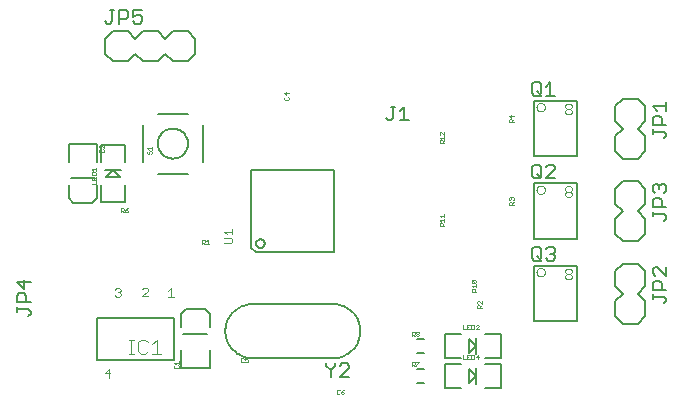
<source format=gto>
G75*
%MOIN*%
%OFA0B0*%
%FSLAX24Y24*%
%IPPOS*%
%LPD*%
%AMOC8*
5,1,8,0,0,1.08239X$1,22.5*
%
%ADD10C,0.0050*%
%ADD11C,0.0020*%
%ADD12C,0.0040*%
%ADD13C,0.0060*%
%ADD14C,0.0030*%
%ADD15C,0.0080*%
%ADD16C,0.0010*%
D10*
X000683Y003345D02*
X000758Y003420D01*
X000758Y003495D01*
X000683Y003570D01*
X000308Y003570D01*
X000308Y003495D02*
X000308Y003645D01*
X000308Y003805D02*
X000308Y004031D01*
X000383Y004106D01*
X000533Y004106D01*
X000608Y004031D01*
X000608Y003805D01*
X000758Y003805D02*
X000308Y003805D01*
X000533Y004266D02*
X000533Y004566D01*
X000308Y004491D02*
X000533Y004266D01*
X000758Y004491D02*
X000308Y004491D01*
X002103Y007950D02*
X002903Y007950D01*
X003323Y013095D02*
X003398Y013095D01*
X003473Y013170D01*
X003473Y013545D01*
X003398Y013545D02*
X003548Y013545D01*
X003709Y013545D02*
X003934Y013545D01*
X004009Y013470D01*
X004009Y013320D01*
X003934Y013245D01*
X003709Y013245D01*
X003709Y013095D02*
X003709Y013545D01*
X004169Y013545D02*
X004169Y013320D01*
X004319Y013395D01*
X004394Y013395D01*
X004469Y013320D01*
X004469Y013170D01*
X004394Y013095D01*
X004244Y013095D01*
X004169Y013170D01*
X004169Y013545D02*
X004469Y013545D01*
X003323Y013095D02*
X003248Y013170D01*
X012607Y009950D02*
X012682Y009875D01*
X012758Y009875D01*
X012833Y009950D01*
X012833Y010325D01*
X012758Y010325D02*
X012908Y010325D01*
X013068Y010175D02*
X013218Y010325D01*
X013218Y009875D01*
X013068Y009875D02*
X013368Y009875D01*
X017478Y010775D02*
X017553Y010700D01*
X017703Y010700D01*
X017778Y010775D01*
X017778Y011075D01*
X017703Y011150D01*
X017553Y011150D01*
X017478Y011075D01*
X017478Y010775D01*
X017628Y010850D02*
X017778Y010700D01*
X017939Y010700D02*
X018239Y010700D01*
X018089Y010700D02*
X018089Y011150D01*
X017939Y011000D01*
X017543Y010530D02*
X018963Y010530D01*
X018963Y008670D01*
X017543Y008670D01*
X017543Y010530D01*
X017553Y008400D02*
X017703Y008400D01*
X017778Y008325D01*
X017778Y008025D01*
X017703Y007950D01*
X017553Y007950D01*
X017478Y008025D01*
X017478Y008325D01*
X017553Y008400D01*
X017628Y008100D02*
X017778Y007950D01*
X017939Y007950D02*
X018239Y008250D01*
X018239Y008325D01*
X018164Y008400D01*
X018014Y008400D01*
X017939Y008325D01*
X017939Y007950D02*
X018239Y007950D01*
X017543Y007780D02*
X018963Y007780D01*
X018963Y005920D01*
X017543Y005920D01*
X017543Y007780D01*
X017553Y005650D02*
X017703Y005650D01*
X017778Y005575D01*
X017778Y005275D01*
X017703Y005200D01*
X017553Y005200D01*
X017478Y005275D01*
X017478Y005575D01*
X017553Y005650D01*
X017628Y005350D02*
X017778Y005200D01*
X017939Y005275D02*
X018014Y005200D01*
X018164Y005200D01*
X018239Y005275D01*
X018239Y005350D01*
X018164Y005425D01*
X018089Y005425D01*
X018164Y005425D02*
X018239Y005500D01*
X018239Y005575D01*
X018164Y005650D01*
X018014Y005650D01*
X017939Y005575D01*
X017543Y005030D02*
X018963Y005030D01*
X018963Y003170D01*
X017543Y003170D01*
X017543Y005030D01*
X021498Y004920D02*
X021498Y004770D01*
X021573Y004695D01*
X021498Y004920D02*
X021573Y004995D01*
X021648Y004995D01*
X021948Y004695D01*
X021948Y004995D01*
X021723Y004534D02*
X021798Y004459D01*
X021798Y004234D01*
X021948Y004234D02*
X021498Y004234D01*
X021498Y004459D01*
X021573Y004534D01*
X021723Y004534D01*
X021498Y004074D02*
X021498Y003924D01*
X021498Y003999D02*
X021873Y003999D01*
X021948Y003924D01*
X021948Y003849D01*
X021873Y003774D01*
X021873Y006524D02*
X021948Y006599D01*
X021948Y006674D01*
X021873Y006749D01*
X021498Y006749D01*
X021498Y006674D02*
X021498Y006824D01*
X021498Y006984D02*
X021498Y007209D01*
X021573Y007284D01*
X021723Y007284D01*
X021798Y007209D01*
X021798Y006984D01*
X021948Y006984D02*
X021498Y006984D01*
X021573Y007445D02*
X021498Y007520D01*
X021498Y007670D01*
X021573Y007745D01*
X021648Y007745D01*
X021723Y007670D01*
X021798Y007745D01*
X021873Y007745D01*
X021948Y007670D01*
X021948Y007520D01*
X021873Y007445D01*
X021723Y007595D02*
X021723Y007670D01*
X021873Y009274D02*
X021948Y009349D01*
X021948Y009424D01*
X021873Y009499D01*
X021498Y009499D01*
X021498Y009424D02*
X021498Y009574D01*
X021498Y009734D02*
X021498Y009959D01*
X021573Y010034D01*
X021723Y010034D01*
X021798Y009959D01*
X021798Y009734D01*
X021948Y009734D02*
X021498Y009734D01*
X021648Y010195D02*
X021498Y010345D01*
X021948Y010345D01*
X021948Y010195D02*
X021948Y010495D01*
X011368Y001700D02*
X011293Y001775D01*
X011143Y001775D01*
X011068Y001700D01*
X010908Y001700D02*
X010908Y001775D01*
X010908Y001700D02*
X010758Y001550D01*
X010758Y001325D01*
X010758Y001550D02*
X010607Y001700D01*
X010607Y001775D01*
X011068Y001325D02*
X011368Y001625D01*
X011368Y001700D01*
X011368Y001325D02*
X011068Y001325D01*
X006653Y002750D02*
X005853Y002750D01*
D11*
X017623Y004810D02*
X017625Y004833D01*
X017631Y004855D01*
X017640Y004877D01*
X017653Y004896D01*
X017668Y004913D01*
X017686Y004927D01*
X017707Y004938D01*
X017729Y004946D01*
X017751Y004950D01*
X017775Y004950D01*
X017797Y004946D01*
X017819Y004938D01*
X017840Y004927D01*
X017858Y004913D01*
X017873Y004896D01*
X017886Y004877D01*
X017895Y004855D01*
X017901Y004833D01*
X017903Y004810D01*
X017901Y004787D01*
X017895Y004765D01*
X017886Y004743D01*
X017873Y004724D01*
X017858Y004707D01*
X017840Y004693D01*
X017819Y004682D01*
X017797Y004674D01*
X017775Y004670D01*
X017751Y004670D01*
X017729Y004674D01*
X017707Y004682D01*
X017686Y004693D01*
X017668Y004707D01*
X017653Y004724D01*
X017640Y004743D01*
X017631Y004765D01*
X017625Y004787D01*
X017623Y004810D01*
X017623Y007560D02*
X017625Y007583D01*
X017631Y007605D01*
X017640Y007627D01*
X017653Y007646D01*
X017668Y007663D01*
X017686Y007677D01*
X017707Y007688D01*
X017729Y007696D01*
X017751Y007700D01*
X017775Y007700D01*
X017797Y007696D01*
X017819Y007688D01*
X017840Y007677D01*
X017858Y007663D01*
X017873Y007646D01*
X017886Y007627D01*
X017895Y007605D01*
X017901Y007583D01*
X017903Y007560D01*
X017901Y007537D01*
X017895Y007515D01*
X017886Y007493D01*
X017873Y007474D01*
X017858Y007457D01*
X017840Y007443D01*
X017819Y007432D01*
X017797Y007424D01*
X017775Y007420D01*
X017751Y007420D01*
X017729Y007424D01*
X017707Y007432D01*
X017686Y007443D01*
X017668Y007457D01*
X017653Y007474D01*
X017640Y007493D01*
X017631Y007515D01*
X017625Y007537D01*
X017623Y007560D01*
X017623Y010310D02*
X017625Y010333D01*
X017631Y010355D01*
X017640Y010377D01*
X017653Y010396D01*
X017668Y010413D01*
X017686Y010427D01*
X017707Y010438D01*
X017729Y010446D01*
X017751Y010450D01*
X017775Y010450D01*
X017797Y010446D01*
X017819Y010438D01*
X017840Y010427D01*
X017858Y010413D01*
X017873Y010396D01*
X017886Y010377D01*
X017895Y010355D01*
X017901Y010333D01*
X017903Y010310D01*
X017901Y010287D01*
X017895Y010265D01*
X017886Y010243D01*
X017873Y010224D01*
X017858Y010207D01*
X017840Y010193D01*
X017819Y010182D01*
X017797Y010174D01*
X017775Y010170D01*
X017751Y010170D01*
X017729Y010174D01*
X017707Y010182D01*
X017686Y010193D01*
X017668Y010207D01*
X017653Y010224D01*
X017640Y010243D01*
X017631Y010265D01*
X017625Y010287D01*
X017623Y010310D01*
D12*
X018573Y010310D02*
X018573Y010370D01*
X018633Y010430D01*
X018753Y010430D01*
X018813Y010370D01*
X018813Y010310D01*
X018753Y010250D01*
X018633Y010250D01*
X018573Y010310D01*
X018633Y010250D02*
X018573Y010190D01*
X018573Y010130D01*
X018633Y010070D01*
X018753Y010070D01*
X018813Y010130D01*
X018813Y010190D01*
X018753Y010250D01*
X018753Y007680D02*
X018633Y007680D01*
X018573Y007620D01*
X018573Y007560D01*
X018633Y007500D01*
X018753Y007500D01*
X018813Y007440D01*
X018813Y007380D01*
X018753Y007320D01*
X018633Y007320D01*
X018573Y007380D01*
X018573Y007440D01*
X018633Y007500D01*
X018753Y007500D02*
X018813Y007560D01*
X018813Y007620D01*
X018753Y007680D01*
X018753Y004930D02*
X018633Y004930D01*
X018573Y004870D01*
X018573Y004810D01*
X018633Y004750D01*
X018753Y004750D01*
X018813Y004690D01*
X018813Y004630D01*
X018753Y004570D01*
X018633Y004570D01*
X018573Y004630D01*
X018573Y004690D01*
X018633Y004750D01*
X018753Y004750D02*
X018813Y004810D01*
X018813Y004870D01*
X018753Y004930D01*
X005525Y004000D02*
X005338Y004000D01*
X005431Y004000D02*
X005431Y004280D01*
X005338Y004187D01*
X004673Y004191D02*
X004673Y004237D01*
X004627Y004284D01*
X004533Y004284D01*
X004487Y004237D01*
X004673Y004191D02*
X004487Y004004D01*
X004673Y004004D01*
X003763Y004047D02*
X003717Y004000D01*
X003623Y004000D01*
X003577Y004047D01*
X003670Y004140D02*
X003717Y004140D01*
X003763Y004093D01*
X003763Y004047D01*
X003717Y004140D02*
X003763Y004187D01*
X003763Y004234D01*
X003717Y004280D01*
X003623Y004280D01*
X003577Y004234D01*
X004045Y002560D02*
X004199Y002560D01*
X004122Y002560D02*
X004122Y002100D01*
X004045Y002100D02*
X004199Y002100D01*
X004352Y002177D02*
X004429Y002100D01*
X004583Y002100D01*
X004659Y002177D01*
X004813Y002100D02*
X005120Y002100D01*
X004966Y002100D02*
X004966Y002560D01*
X004813Y002407D01*
X004659Y002484D02*
X004583Y002560D01*
X004429Y002560D01*
X004352Y002484D01*
X004352Y002177D01*
X003369Y001580D02*
X003229Y001440D01*
X003415Y001440D01*
X003369Y001300D02*
X003369Y001580D01*
D13*
X008123Y005610D02*
X008263Y005470D01*
X010883Y005470D01*
X010883Y008230D01*
X008123Y008230D01*
X008123Y005610D01*
X008282Y005770D02*
X008284Y005793D01*
X008290Y005816D01*
X008299Y005837D01*
X008312Y005857D01*
X008328Y005874D01*
X008346Y005888D01*
X008366Y005899D01*
X008388Y005907D01*
X008411Y005911D01*
X008435Y005911D01*
X008458Y005907D01*
X008480Y005899D01*
X008500Y005888D01*
X008518Y005874D01*
X008534Y005857D01*
X008547Y005837D01*
X008556Y005816D01*
X008562Y005793D01*
X008564Y005770D01*
X008562Y005747D01*
X008556Y005724D01*
X008547Y005703D01*
X008534Y005683D01*
X008518Y005666D01*
X008500Y005652D01*
X008480Y005641D01*
X008458Y005633D01*
X008435Y005629D01*
X008411Y005629D01*
X008388Y005633D01*
X008366Y005641D01*
X008346Y005652D01*
X008328Y005666D01*
X008312Y005683D01*
X008299Y005703D01*
X008290Y005724D01*
X008284Y005747D01*
X008282Y005770D01*
X013635Y002586D02*
X013871Y002586D01*
X013871Y002114D02*
X013635Y002114D01*
X013635Y001586D02*
X013871Y001586D01*
X013871Y001114D02*
X013635Y001114D01*
D14*
X007488Y005823D02*
X007440Y005775D01*
X007198Y005775D01*
X007488Y005823D02*
X007488Y005920D01*
X007440Y005968D01*
X007198Y005968D01*
X007295Y006070D02*
X007198Y006166D01*
X007488Y006166D01*
X007488Y006070D02*
X007488Y006263D01*
D15*
X005543Y001900D02*
X002963Y001900D01*
X002963Y003300D01*
X005543Y003300D01*
X005543Y001900D01*
X005781Y001616D02*
X005781Y002206D01*
X005781Y001616D02*
X006726Y001616D01*
X006726Y002206D01*
X006726Y002994D02*
X006726Y003427D01*
X006568Y003584D01*
X005938Y003584D01*
X005781Y003427D01*
X005781Y002994D01*
X008153Y003750D02*
X008094Y003748D01*
X008036Y003742D01*
X007977Y003733D01*
X007920Y003719D01*
X007864Y003702D01*
X007809Y003681D01*
X007755Y003657D01*
X007703Y003629D01*
X007653Y003598D01*
X007605Y003564D01*
X007560Y003527D01*
X007517Y003486D01*
X007476Y003443D01*
X007439Y003398D01*
X007405Y003350D01*
X007374Y003300D01*
X007346Y003248D01*
X007322Y003194D01*
X007301Y003139D01*
X007284Y003083D01*
X007270Y003026D01*
X007261Y002967D01*
X007255Y002909D01*
X007253Y002850D01*
X007255Y002791D01*
X007261Y002733D01*
X007270Y002674D01*
X007284Y002617D01*
X007301Y002561D01*
X007322Y002506D01*
X007346Y002452D01*
X007374Y002400D01*
X007405Y002350D01*
X007439Y002302D01*
X007476Y002257D01*
X007517Y002214D01*
X007560Y002173D01*
X007605Y002136D01*
X007653Y002102D01*
X007703Y002071D01*
X007755Y002043D01*
X007809Y002019D01*
X007864Y001998D01*
X007920Y001981D01*
X007977Y001967D01*
X008036Y001958D01*
X008094Y001952D01*
X008153Y001950D01*
X010853Y001950D01*
X010912Y001952D01*
X010970Y001958D01*
X011029Y001967D01*
X011086Y001981D01*
X011142Y001998D01*
X011197Y002019D01*
X011251Y002043D01*
X011303Y002071D01*
X011353Y002102D01*
X011401Y002136D01*
X011446Y002173D01*
X011489Y002214D01*
X011530Y002257D01*
X011567Y002302D01*
X011601Y002350D01*
X011632Y002400D01*
X011660Y002452D01*
X011684Y002506D01*
X011705Y002561D01*
X011722Y002617D01*
X011736Y002674D01*
X011745Y002733D01*
X011751Y002791D01*
X011753Y002850D01*
X011751Y002909D01*
X011745Y002967D01*
X011736Y003026D01*
X011722Y003083D01*
X011705Y003139D01*
X011684Y003194D01*
X011660Y003248D01*
X011632Y003300D01*
X011601Y003350D01*
X011567Y003398D01*
X011530Y003443D01*
X011489Y003486D01*
X011446Y003527D01*
X011401Y003564D01*
X011353Y003598D01*
X011303Y003629D01*
X011251Y003657D01*
X011197Y003681D01*
X011142Y003702D01*
X011086Y003719D01*
X011029Y003733D01*
X010970Y003742D01*
X010912Y003748D01*
X010853Y003750D01*
X008153Y003750D01*
X003897Y007155D02*
X003110Y007155D01*
X003110Y007706D01*
X002976Y007706D02*
X002976Y007273D01*
X002818Y007116D01*
X002188Y007116D01*
X002031Y007273D01*
X002031Y007706D01*
X002031Y008494D02*
X002031Y009084D01*
X002976Y009084D01*
X002976Y008494D01*
X003110Y008494D02*
X003110Y009045D01*
X003897Y009045D01*
X003897Y008494D01*
X003779Y008218D02*
X003503Y008218D01*
X003739Y007982D01*
X003267Y007982D01*
X003503Y008218D01*
X003228Y008218D01*
X003897Y007706D02*
X003897Y007155D01*
X005003Y008100D02*
X005991Y008100D01*
X006503Y008494D02*
X006503Y009706D01*
X005991Y010100D02*
X005015Y010100D01*
X004503Y009706D02*
X004503Y008494D01*
X005003Y009100D02*
X005005Y009144D01*
X005011Y009188D01*
X005021Y009231D01*
X005034Y009273D01*
X005051Y009314D01*
X005072Y009353D01*
X005096Y009390D01*
X005123Y009425D01*
X005153Y009457D01*
X005186Y009487D01*
X005222Y009513D01*
X005259Y009537D01*
X005299Y009556D01*
X005340Y009573D01*
X005383Y009585D01*
X005426Y009594D01*
X005470Y009599D01*
X005514Y009600D01*
X005558Y009597D01*
X005602Y009590D01*
X005645Y009579D01*
X005687Y009565D01*
X005727Y009547D01*
X005766Y009525D01*
X005802Y009501D01*
X005836Y009473D01*
X005868Y009442D01*
X005897Y009408D01*
X005923Y009372D01*
X005945Y009334D01*
X005964Y009294D01*
X005979Y009252D01*
X005991Y009210D01*
X005999Y009166D01*
X006003Y009122D01*
X006003Y009078D01*
X005999Y009034D01*
X005991Y008990D01*
X005979Y008948D01*
X005964Y008906D01*
X005945Y008866D01*
X005923Y008828D01*
X005897Y008792D01*
X005868Y008758D01*
X005836Y008727D01*
X005802Y008699D01*
X005766Y008675D01*
X005727Y008653D01*
X005687Y008635D01*
X005645Y008621D01*
X005602Y008610D01*
X005558Y008603D01*
X005514Y008600D01*
X005470Y008601D01*
X005426Y008606D01*
X005383Y008615D01*
X005340Y008627D01*
X005299Y008644D01*
X005259Y008663D01*
X005222Y008687D01*
X005186Y008713D01*
X005153Y008743D01*
X005123Y008775D01*
X005096Y008810D01*
X005072Y008847D01*
X005051Y008886D01*
X005034Y008927D01*
X005021Y008969D01*
X005011Y009012D01*
X005005Y009056D01*
X005003Y009100D01*
X005003Y011850D02*
X004503Y011850D01*
X004253Y012100D01*
X004003Y011850D01*
X003503Y011850D01*
X003253Y012100D01*
X003253Y012600D01*
X003503Y012850D01*
X004003Y012850D01*
X004253Y012600D01*
X004503Y012850D01*
X005003Y012850D01*
X005253Y012600D01*
X005503Y012850D01*
X006003Y012850D01*
X006253Y012600D01*
X006253Y012100D01*
X006003Y011850D01*
X005503Y011850D01*
X005253Y012100D01*
X005003Y011850D01*
X014558Y002744D02*
X014558Y001956D01*
X015110Y001956D01*
X015110Y001744D02*
X014558Y001744D01*
X014558Y000956D01*
X015110Y000956D01*
X015385Y001114D02*
X015621Y001350D01*
X015385Y001586D01*
X015385Y001114D01*
X015621Y001074D02*
X015621Y001350D01*
X015621Y001626D01*
X015897Y001744D02*
X016448Y001744D01*
X016448Y000956D01*
X015897Y000956D01*
X015897Y001956D02*
X016448Y001956D01*
X016448Y002744D01*
X015897Y002744D01*
X015621Y002626D02*
X015621Y002350D01*
X015385Y002114D01*
X015385Y002586D01*
X015621Y002350D01*
X015621Y002074D01*
X015110Y002744D02*
X014558Y002744D01*
X020253Y003350D02*
X020253Y003850D01*
X020503Y004100D01*
X020253Y004350D01*
X020253Y004850D01*
X020503Y005100D01*
X021003Y005100D01*
X021253Y004850D01*
X021253Y004350D01*
X021003Y004100D01*
X021253Y003850D01*
X021253Y003350D01*
X021003Y003100D01*
X020503Y003100D01*
X020253Y003350D01*
X020503Y005850D02*
X021003Y005850D01*
X021253Y006100D01*
X021253Y006600D01*
X021003Y006850D01*
X021253Y007100D01*
X021253Y007600D01*
X021003Y007850D01*
X020503Y007850D01*
X020253Y007600D01*
X020253Y007100D01*
X020503Y006850D01*
X020253Y006600D01*
X020253Y006100D01*
X020503Y005850D01*
X020503Y008600D02*
X021003Y008600D01*
X021253Y008850D01*
X021253Y009350D01*
X021003Y009600D01*
X021253Y009850D01*
X021253Y010350D01*
X021003Y010600D01*
X020503Y010600D01*
X020253Y010350D01*
X020253Y009850D01*
X020503Y009600D01*
X020253Y009350D01*
X020253Y008850D01*
X020503Y008600D01*
D16*
X016858Y009810D02*
X016708Y009810D01*
X016708Y009885D01*
X016733Y009910D01*
X016783Y009910D01*
X016808Y009885D01*
X016808Y009810D01*
X016808Y009860D02*
X016858Y009910D01*
X016783Y009958D02*
X016783Y010058D01*
X016708Y010033D02*
X016783Y009958D01*
X016858Y010033D02*
X016708Y010033D01*
X014548Y009500D02*
X014548Y009400D01*
X014448Y009500D01*
X014423Y009500D01*
X014398Y009475D01*
X014398Y009425D01*
X014423Y009400D01*
X014398Y009302D02*
X014548Y009302D01*
X014548Y009252D02*
X014548Y009352D01*
X014448Y009252D02*
X014398Y009302D01*
X014423Y009205D02*
X014473Y009205D01*
X014498Y009180D01*
X014498Y009105D01*
X014498Y009155D02*
X014548Y009205D01*
X014548Y009105D02*
X014398Y009105D01*
X014398Y009180D01*
X014423Y009205D01*
X016708Y007283D02*
X016733Y007308D01*
X016758Y007308D01*
X016783Y007283D01*
X016808Y007308D01*
X016833Y007308D01*
X016858Y007283D01*
X016858Y007233D01*
X016833Y007208D01*
X016858Y007160D02*
X016808Y007110D01*
X016808Y007135D02*
X016808Y007060D01*
X016858Y007060D02*
X016708Y007060D01*
X016708Y007135D01*
X016733Y007160D01*
X016783Y007160D01*
X016808Y007135D01*
X016733Y007208D02*
X016708Y007233D01*
X016708Y007283D01*
X016783Y007283D02*
X016783Y007258D01*
X014548Y006750D02*
X014548Y006650D01*
X014548Y006602D02*
X014548Y006502D01*
X014548Y006455D02*
X014498Y006405D01*
X014498Y006430D02*
X014498Y006355D01*
X014548Y006355D02*
X014398Y006355D01*
X014398Y006430D01*
X014423Y006455D01*
X014473Y006455D01*
X014498Y006430D01*
X014448Y006502D02*
X014398Y006552D01*
X014548Y006552D01*
X014448Y006650D02*
X014398Y006700D01*
X014548Y006700D01*
X015483Y004558D02*
X015583Y004458D01*
X015608Y004483D01*
X015608Y004533D01*
X015583Y004558D01*
X015483Y004558D01*
X015458Y004533D01*
X015458Y004483D01*
X015483Y004458D01*
X015583Y004458D01*
X015608Y004410D02*
X015608Y004310D01*
X015608Y004263D02*
X015558Y004213D01*
X015558Y004238D02*
X015558Y004163D01*
X015608Y004163D02*
X015458Y004163D01*
X015458Y004238D01*
X015483Y004263D01*
X015533Y004263D01*
X015558Y004238D01*
X015508Y004310D02*
X015458Y004360D01*
X015608Y004360D01*
X015673Y003852D02*
X015648Y003827D01*
X015648Y003777D01*
X015673Y003752D01*
X015673Y003705D02*
X015723Y003705D01*
X015748Y003680D01*
X015748Y003605D01*
X015748Y003655D02*
X015798Y003705D01*
X015798Y003752D02*
X015698Y003852D01*
X015673Y003852D01*
X015798Y003852D02*
X015798Y003752D01*
X015673Y003705D02*
X015648Y003680D01*
X015648Y003605D01*
X015798Y003605D01*
X015675Y003055D02*
X015625Y003055D01*
X015600Y003030D01*
X015553Y003030D02*
X015553Y002930D01*
X015528Y002905D01*
X015453Y002905D01*
X015453Y003055D01*
X015528Y003055D01*
X015553Y003030D01*
X015675Y003055D02*
X015700Y003030D01*
X015700Y003005D01*
X015600Y002905D01*
X015700Y002905D01*
X015406Y002905D02*
X015306Y002905D01*
X015306Y003055D01*
X015406Y003055D01*
X015356Y002980D02*
X015306Y002980D01*
X015258Y002905D02*
X015158Y002905D01*
X015158Y003055D01*
X015158Y002055D02*
X015158Y001905D01*
X015258Y001905D01*
X015306Y001905D02*
X015406Y001905D01*
X015453Y001905D02*
X015528Y001905D01*
X015553Y001930D01*
X015553Y002030D01*
X015528Y002055D01*
X015453Y002055D01*
X015453Y001905D01*
X015356Y001980D02*
X015306Y001980D01*
X015306Y002055D02*
X015306Y001905D01*
X015306Y002055D02*
X015406Y002055D01*
X015600Y001980D02*
X015700Y001980D01*
X015675Y001905D02*
X015675Y002055D01*
X015600Y001980D01*
X013706Y001830D02*
X013706Y001805D01*
X013606Y001705D01*
X013606Y001680D01*
X013558Y001680D02*
X013508Y001730D01*
X013533Y001730D02*
X013458Y001730D01*
X013458Y001680D02*
X013458Y001830D01*
X013533Y001830D01*
X013558Y001805D01*
X013558Y001755D01*
X013533Y001730D01*
X013606Y001830D02*
X013706Y001830D01*
X013681Y002680D02*
X013631Y002680D01*
X013606Y002705D01*
X013606Y002730D01*
X013631Y002755D01*
X013681Y002755D01*
X013706Y002730D01*
X013706Y002705D01*
X013681Y002680D01*
X013681Y002755D02*
X013706Y002780D01*
X013706Y002805D01*
X013681Y002830D01*
X013631Y002830D01*
X013606Y002805D01*
X013606Y002780D01*
X013631Y002755D01*
X013558Y002755D02*
X013533Y002730D01*
X013458Y002730D01*
X013458Y002680D02*
X013458Y002830D01*
X013533Y002830D01*
X013558Y002805D01*
X013558Y002755D01*
X013508Y002730D02*
X013558Y002680D01*
X011211Y000895D02*
X011161Y000870D01*
X011111Y000820D01*
X011186Y000820D01*
X011211Y000795D01*
X011211Y000770D01*
X011186Y000745D01*
X011136Y000745D01*
X011111Y000770D01*
X011111Y000820D01*
X011064Y000770D02*
X011039Y000745D01*
X010989Y000745D01*
X010964Y000770D01*
X010964Y000870D01*
X010989Y000895D01*
X011039Y000895D01*
X011064Y000870D01*
X008006Y001830D02*
X007981Y001805D01*
X007931Y001805D01*
X007906Y001830D01*
X007858Y001830D02*
X007833Y001805D01*
X007783Y001805D01*
X007758Y001830D01*
X007758Y001930D01*
X007783Y001955D01*
X007833Y001955D01*
X007858Y001930D01*
X007906Y001955D02*
X007906Y001880D01*
X007956Y001905D01*
X007981Y001905D01*
X008006Y001880D01*
X008006Y001830D01*
X008006Y001955D02*
X007906Y001955D01*
X005705Y001852D02*
X005705Y001752D01*
X005705Y001802D02*
X005554Y001802D01*
X005604Y001752D01*
X005579Y001705D02*
X005554Y001680D01*
X005554Y001630D01*
X005579Y001605D01*
X005679Y001605D01*
X005705Y001630D01*
X005705Y001680D01*
X005679Y001705D01*
X006464Y005745D02*
X006464Y005895D01*
X006539Y005895D01*
X006564Y005870D01*
X006564Y005820D01*
X006539Y005795D01*
X006464Y005795D01*
X006514Y005795D02*
X006564Y005745D01*
X006611Y005745D02*
X006711Y005745D01*
X006661Y005745D02*
X006661Y005895D01*
X006611Y005845D01*
X004006Y006830D02*
X004006Y006855D01*
X003981Y006880D01*
X003906Y006880D01*
X003906Y006830D01*
X003931Y006805D01*
X003981Y006805D01*
X004006Y006830D01*
X003956Y006930D02*
X004006Y006955D01*
X003956Y006930D02*
X003906Y006880D01*
X003858Y006880D02*
X003833Y006855D01*
X003758Y006855D01*
X003758Y006805D02*
X003758Y006955D01*
X003833Y006955D01*
X003858Y006930D01*
X003858Y006880D01*
X003808Y006855D02*
X003858Y006805D01*
X002948Y007755D02*
X002798Y007755D01*
X002798Y007902D02*
X002948Y007902D01*
X002948Y008002D01*
X002948Y008050D02*
X002948Y008125D01*
X002923Y008150D01*
X002823Y008150D01*
X002798Y008125D01*
X002798Y008050D01*
X002948Y008050D01*
X002873Y007952D02*
X002873Y007902D01*
X002798Y007902D02*
X002798Y008002D01*
X002848Y008197D02*
X002798Y008247D01*
X002948Y008247D01*
X002948Y008197D02*
X002948Y008297D01*
X002948Y007855D02*
X002948Y007755D01*
X004648Y008780D02*
X004673Y008755D01*
X004698Y008755D01*
X004723Y008780D01*
X004723Y008830D01*
X004748Y008855D01*
X004773Y008855D01*
X004798Y008830D01*
X004798Y008780D01*
X004773Y008755D01*
X004648Y008780D02*
X004648Y008830D01*
X004673Y008855D01*
X004698Y008902D02*
X004648Y008952D01*
X004798Y008952D01*
X004798Y008902D02*
X004798Y009002D01*
X003202Y008958D02*
X003102Y009058D01*
X003077Y009058D01*
X003052Y009033D01*
X003052Y008983D01*
X003077Y008958D01*
X003077Y008910D02*
X003052Y008885D01*
X003052Y008835D01*
X003077Y008810D01*
X003177Y008810D01*
X003202Y008835D01*
X003202Y008885D01*
X003177Y008910D01*
X003202Y008958D02*
X003202Y009058D01*
X009208Y010585D02*
X009233Y010560D01*
X009333Y010560D01*
X009358Y010585D01*
X009358Y010635D01*
X009333Y010660D01*
X009283Y010708D02*
X009283Y010808D01*
X009208Y010783D02*
X009283Y010708D01*
X009233Y010660D02*
X009208Y010635D01*
X009208Y010585D01*
X009208Y010783D02*
X009358Y010783D01*
M02*

</source>
